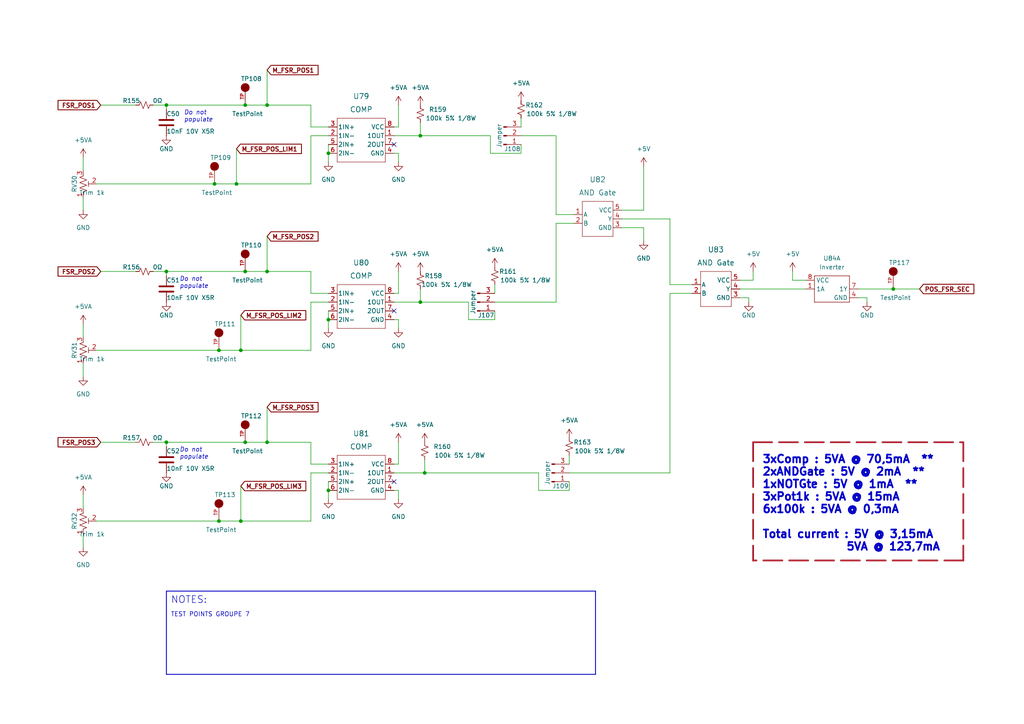
<source format=kicad_sch>
(kicad_sch (version 20211123) (generator eeschema)
  (paper "A4")
  (lib_symbols
    (symbol "Connector:Conn_01x03_Male" (pin_names (offset 1.016) hide)
      (property "Reference" "J" (at 0 5.08 0))
      (property "Value" "Conn_01x03_Male" (at 0 -5.08 0))
      (symbol "Conn_01x03_Male_1_1"
        (polyline (pts (xy 1.27 -2.54) (xy 0.8636 -2.54)) (stroke (width 0.1524)))
        (polyline (pts (xy 1.27 0) (xy 0.8636 0)) (stroke (width 0.1524)))
        (polyline (pts (xy 1.27 2.54) (xy 0.8636 2.54)) (stroke (width 0.1524)))
        (rectangle (start 0.8636 -2.413) (end 0 -2.667) (stroke (width 0.1524)) (fill (type outline)))
        (rectangle (start 0.8636 0.127) (end 0 -0.127) (stroke (width 0.1524)) (fill (type outline)))
        (rectangle (start 0.8636 2.667) (end 0 2.413) (stroke (width 0.1524)) (fill (type outline)))
        (pin passive line (at 5.08 2.54 180) (length 3.81) (name "Pin_1") (number "1"))
        (pin passive line (at 5.08 0 180) (length 3.81) (name "Pin_2") (number "2"))
        (pin passive line (at 5.08 -2.54 180) (length 3.81) (name "Pin_3") (number "3"))
      )
    )
    (symbol "Device:C" (pin_numbers hide) (pin_names (offset 0.254))
      (property "Reference" "C" (at 0.635 2.54 0))
      (property "Value" "C" (at 0.635 -2.54 0))
      (symbol "C_0_1"
        (polyline (pts (xy -2.032 -0.762) (xy 2.032 -0.762)) (stroke (width 0.508)))
        (polyline (pts (xy -2.032 0.762) (xy 2.032 0.762)) (stroke (width 0.508)))
      )
      (symbol "C_1_1"
        (pin passive line (at 0 3.81 270) (length 2.794) (name "~") (number "1"))
        (pin passive line (at 0 -3.81 90) (length 2.794) (name "~") (number "2"))
      )
    )
    (symbol "Device:R_Potentiometer_Trim_US" (pin_names (offset 1.016) hide)
      (property "Reference" "RV" (at -4.445 0 90))
      (property "Value" "R_Potentiometer_Trim_US" (at -2.54 0 90))
      (symbol "R_Potentiometer_Trim_US_0_1"
        (polyline (pts (xy 0 -2.286) (xy 0 -2.54)))
        (polyline (pts (xy 0 2.286) (xy 0 2.54)))
        (polyline (pts (xy 1.524 0.762) (xy 1.524 -0.762)))
        (polyline (pts (xy 2.54 0) (xy 1.524 0)))
        (polyline (pts (xy 0 -0.762) (xy 1.016 -1.143) (xy 0 -1.524) (xy -1.016 -1.905) (xy 0 -2.286)))
        (polyline (pts (xy 0 0.762) (xy 1.016 0.381) (xy 0 0) (xy -1.016 -0.381) (xy 0 -0.762)))
        (polyline (pts (xy 0 2.286) (xy 1.016 1.905) (xy 0 1.524) (xy -1.016 1.143) (xy 0 0.762)))
      )
      (symbol "R_Potentiometer_Trim_US_1_1"
        (pin passive line (at 0 3.81 270) (length 1.27) (name "1") (number "1"))
        (pin passive line (at 3.81 0 180) (length 1.27) (name "2") (number "2"))
        (pin passive line (at 0 -3.81 90) (length 1.27) (name "3") (number "3"))
      )
    )
    (symbol "Device:R_Small_US" (pin_numbers hide) (pin_names (offset 0.254) hide)
      (property "Reference" "R" (at 0.762 0.508 0))
      (property "Value" "R_Small_US" (at 0.762 -1.016 0))
      (symbol "R_Small_US_1_1"
        (polyline (pts (xy 0 0) (xy 1.016 -0.381) (xy 0 -0.762) (xy -1.016 -1.143) (xy 0 -1.524)))
        (polyline (pts (xy 0 1.524) (xy 1.016 1.143) (xy 0 0.762) (xy -1.016 0.381) (xy 0 0)))
        (pin passive line (at 0 2.54 270) (length 1.016) (name "~") (number "1"))
        (pin passive line (at 0 -2.54 90) (length 1.016) (name "~") (number "2"))
      )
    )
    (symbol "SymLib:5005" (pin_names (offset 1.016))
      (property "Reference" "TP" (at -2.54 2.54 0))
      (property "Value" "5005" (at -2.54 -3.81 0))
      (symbol "5005_0_0"
        (circle (center 0 0) (radius 0.635) (stroke (width 1.27)))
        (pin passive line (at -5.08 0 0) (length 5.08) (name "~") (number "TP"))
      )
    )
    (symbol "SymLib:LM393DGKR" (pin_names (offset 0.254))
      (property "Reference" "U" (at 22.86 3.81 0))
      (property "Value" "LM393DGKR" (at 29.21 -11.43 0))
      (symbol "LM393DGKR_0_1"
        (polyline (pts (xy 21.59 -10.16) (xy 35.56 -10.16)) (stroke (width 0.127)))
        (polyline (pts (xy 21.59 2.54) (xy 21.59 -10.16)) (stroke (width 0.127)))
        (polyline (pts (xy 35.56 -10.16) (xy 35.56 2.54)) (stroke (width 0.127)))
        (polyline (pts (xy 35.56 2.54) (xy 21.59 2.54)) (stroke (width 0.127)))
        (pin output line (at 38.1 -2.54 180) (length 2.54) (name "1OUT") (number "1"))
        (pin input line (at 19.05 -2.54 0) (length 2.54) (name "1IN-") (number "2"))
        (pin input line (at 19.05 0 0) (length 2.54) (name "1IN+") (number "3"))
        (pin power_in line (at 38.1 -7.62 180) (length 2.54) (name "GND") (number "4"))
        (pin input line (at 19.05 -5.08 0) (length 2.54) (name "2IN+") (number "5"))
        (pin input line (at 19.05 -7.62 0) (length 2.54) (name "2IN-") (number "6"))
        (pin output line (at 38.1 -5.08 180) (length 2.54) (name "2OUT") (number "7"))
        (pin power_in line (at 38.1 0 180) (length 2.54) (name "VCC") (number "8"))
      )
    )
    (symbol "SymLib:SN74LVC1G08DBVR" (pin_names (offset 0.254))
      (property "Reference" "U" (at 25.4 10.16 0))
      (property "Value" "SN74LVC1G08DBVR" (at 25.4 7.62 0))
      (symbol "SN74LVC1G08DBVR_0_1"
        (polyline (pts (xy 20.32 -7.62) (xy 29.21 -7.62)) (stroke (width 0.127)))
        (polyline (pts (xy 20.32 2.54) (xy 20.32 -7.62)) (stroke (width 0.127)))
        (polyline (pts (xy 29.21 -7.62) (xy 29.21 2.54)) (stroke (width 0.127)))
        (polyline (pts (xy 29.21 2.54) (xy 20.32 2.54)) (stroke (width 0.127)))
        (pin input line (at 17.78 -1.27 0) (length 2.54) (name "A") (number "1"))
        (pin input line (at 17.78 -3.81 0) (length 2.54) (name "B") (number "2"))
        (pin power_in line (at 31.75 -5.08 180) (length 2.54) (name "GND") (number "3"))
        (pin output line (at 31.75 -2.54 180) (length 2.54) (name "Y") (number "4"))
        (pin power_in line (at 31.75 0 180) (length 2.54) (name "VCC") (number "5"))
      )
    )
    (symbol "SymLib:SN74LVC3G14DCUT_V2"
      (property "Reference" "U" (at -3.81 5.08 0))
      (property "Value" "SN74LVC3G14DCUT_V2" (at 0 -5.08 0))
      (symbol "SN74LVC3G14DCUT_V2_0_1"
        (rectangle (start -5.08 -3.81) (end 5.08 -3.81))
        (rectangle (start -5.08 3.81) (end -5.08 -3.81))
        (rectangle (start -5.08 3.81) (end 5.08 3.81))
        (rectangle (start 5.08 3.81) (end 5.08 -3.81))
      )
      (symbol "SN74LVC3G14DCUT_V2_1_1"
        (pin bidirectional line (at -7.62 0 0) (length 2.54) (name "1A") (number "1"))
        (pin bidirectional line (at 7.62 -2.54 180) (length 2.54) (name "GND") (number "4"))
        (pin output line (at 7.62 0 180) (length 2.54) (name "1Y") (number "7"))
        (pin bidirectional line (at -7.62 2.54 0) (length 2.54) (name "VCC") (number "8"))
      )
      (symbol "SN74LVC3G14DCUT_V2_2_1"
        (pin bidirectional line (at -7.62 0 0) (length 2.54) (name "2A") (number "3"))
        (pin output line (at 7.62 0 180) (length 2.54) (name "2Y") (number "5"))
      )
      (symbol "SN74LVC3G14DCUT_V2_3_1"
        (pin output line (at 7.62 0 180) (length 2.54) (name "3Y") (number "2"))
        (pin bidirectional line (at -7.62 0 0) (length 2.54) (name "3A") (number "6"))
      )
    )
    (symbol "power:+5V" (power) (pin_names (offset 0))
      (property "Value" "+5V" (at 0 3.556 0))
      (symbol "+5V_0_1"
        (polyline (pts (xy -0.762 1.27) (xy 0 2.54)))
        (polyline (pts (xy 0 0) (xy 0 2.54)))
        (polyline (pts (xy 0 2.54) (xy 0.762 1.27)))
      )
      (symbol "+5V_1_1"
        (pin power_in line (at 0 0 90) (length 0) hide (name "+5V") (number "1"))
      )
    )
    (symbol "power:+5VA" (power) (pin_names (offset 0))
      (property "Value" "+5VA" (at 0 3.556 0))
      (symbol "+5VA_0_1"
        (polyline (pts (xy -0.762 1.27) (xy 0 2.54)))
        (polyline (pts (xy 0 0) (xy 0 2.54)))
        (polyline (pts (xy 0 2.54) (xy 0.762 1.27)))
      )
      (symbol "+5VA_1_1"
        (pin power_in line (at 0 0 90) (length 0) hide (name "+5VA") (number "1"))
      )
    )
    (symbol "power:GND" (power) (pin_names (offset 0))
      (property "Value" "GND" (at 0 -3.81 0))
      (symbol "GND_0_1"
        (polyline (pts (xy 0 0) (xy 0 -1.27) (xy 1.27 -1.27) (xy 0 -2.54) (xy -1.27 -1.27) (xy 0 -1.27)))
      )
      (symbol "GND_1_1"
        (pin power_in line (at 0 0 270) (length 0) hide (name "GND") (number "1"))
      )
    )
  )
  (junction (at 63.5 101.6))
  (junction (at 95.25 142.24))
  (junction (at 95.25 44.45))
  (junction (at 121.92 87.63))
  (junction (at 48.26 128.27))
  (junction (at 48.26 78.74))
  (junction (at 69.85 151.13))
  (junction (at 48.26 30.48))
  (junction (at 121.92 39.37))
  (junction (at 95.25 92.71))
  (junction (at 63.5 151.13))
  (junction (at 62.23 53.34))
  (junction (at 71.12 30.48))
  (junction (at 69.85 101.6))
  (junction (at 71.12 78.74))
  (junction (at 123.19 137.16))
  (junction (at 77.47 78.74))
  (junction (at 77.47 30.48))
  (junction (at 259.08 83.82))
  (junction (at 77.47 128.27))
  (junction (at 71.12 128.27))
  (junction (at 68.58 53.34))
  (no_connect (at 114.3 41.91))
  (no_connect (at 114.3 139.7))
  (no_connect (at 114.3 90.17))
  (wire (pts (xy 165.1 142.24) (xy 156.21 142.24)))
  (wire (pts (xy 194.31 82.55) (xy 200.66 82.55)))
  (wire (pts (xy 114.3 92.71) (xy 115.57 92.71)))
  (polyline (pts (xy 172.72 195.58) (xy 48.26 195.58)) (stroke (width 0.25) (type solid)))
  (polyline (pts (xy 218.44 128.27) (xy 279.4 128.27)) (stroke (width 0.5) (type dash) (color 168 27 41 1)))
  (wire (pts (xy 143.51 90.17) (xy 143.51 92.71)))
  (wire (pts (xy 90.17 87.63) (xy 95.25 87.63)))
  (polyline (pts (xy 218.44 128.27) (xy 218.44 162.56)) (stroke (width 0.5) (type dash) (color 168 27 41 1)))
  (wire (pts (xy 186.69 66.04) (xy 186.69 69.85)))
  (wire (pts (xy 151.13 41.91) (xy 151.13 44.45)))
  (wire (pts (xy 77.47 20.32) (xy 77.47 30.48)))
  (wire (pts (xy 69.85 101.6) (xy 90.17 101.6)))
  (polyline (pts (xy 48.26 171.45) (xy 48.26 195.58)) (stroke (width 0.25) (type solid)))
  (wire (pts (xy 114.3 44.45) (xy 115.57 44.45)))
  (wire (pts (xy 29.21 78.74) (xy 39.37 78.74)))
  (wire (pts (xy 115.57 128.27) (xy 115.57 134.62)))
  (wire (pts (xy 248.92 83.82) (xy 259.08 83.82)))
  (wire (pts (xy 161.29 62.23) (xy 166.37 62.23)))
  (wire (pts (xy 114.3 137.16) (xy 123.19 137.16)))
  (wire (pts (xy 24.13 154.94) (xy 24.13 158.75)))
  (wire (pts (xy 24.13 143.51) (xy 24.13 147.32)))
  (wire (pts (xy 156.21 142.24) (xy 156.21 137.16)))
  (wire (pts (xy 156.21 137.16) (xy 123.19 137.16)))
  (wire (pts (xy 48.26 78.74) (xy 71.12 78.74)))
  (wire (pts (xy 233.68 81.28) (xy 229.87 81.28)))
  (wire (pts (xy 194.31 85.09) (xy 194.31 137.16)))
  (wire (pts (xy 71.12 128.27) (xy 77.47 128.27)))
  (wire (pts (xy 186.69 48.26) (xy 186.69 60.96)))
  (wire (pts (xy 77.47 68.58) (xy 77.47 78.74)))
  (wire (pts (xy 180.34 66.04) (xy 186.69 66.04)))
  (wire (pts (xy 27.94 101.6) (xy 63.5 101.6)))
  (wire (pts (xy 90.17 36.83) (xy 95.25 36.83)))
  (wire (pts (xy 90.17 137.16) (xy 90.17 151.13)))
  (wire (pts (xy 24.13 45.72) (xy 24.13 49.53)))
  (wire (pts (xy 161.29 39.37) (xy 161.29 62.23)))
  (wire (pts (xy 218.44 78.74) (xy 218.44 81.28)))
  (wire (pts (xy 214.63 86.36) (xy 217.17 86.36)))
  (wire (pts (xy 90.17 78.74) (xy 90.17 85.09)))
  (wire (pts (xy 95.25 41.91) (xy 95.25 44.45)))
  (wire (pts (xy 180.34 60.96) (xy 186.69 60.96)))
  (wire (pts (xy 95.25 142.24) (xy 95.25 144.78)))
  (wire (pts (xy 143.51 92.71) (xy 135.89 92.71)))
  (wire (pts (xy 194.31 63.5) (xy 194.31 82.55)))
  (wire (pts (xy 161.29 64.77) (xy 161.29 87.63)))
  (wire (pts (xy 68.58 53.34) (xy 90.17 53.34)))
  (wire (pts (xy 115.57 44.45) (xy 115.57 46.99)))
  (wire (pts (xy 24.13 93.98) (xy 24.13 97.79)))
  (wire (pts (xy 151.13 39.37) (xy 161.29 39.37)))
  (polyline (pts (xy 48.26 171.45) (xy 172.72 171.45)) (stroke (width 0.25) (type solid)))
  (wire (pts (xy 44.45 78.74) (xy 48.26 78.74)))
  (polyline (pts (xy 279.4 128.27) (xy 279.4 162.56)) (stroke (width 0.5) (type dash) (color 168 27 41 1)))
  (wire (pts (xy 29.21 128.27) (xy 39.37 128.27)))
  (wire (pts (xy 214.63 81.28) (xy 218.44 81.28)))
  (wire (pts (xy 165.1 134.62) (xy 165.1 132.08)))
  (wire (pts (xy 71.12 78.74) (xy 77.47 78.74)))
  (wire (pts (xy 123.19 133.35) (xy 123.19 137.16)))
  (wire (pts (xy 90.17 128.27) (xy 90.17 134.62)))
  (wire (pts (xy 217.17 86.36) (xy 217.17 87.63)))
  (wire (pts (xy 142.24 39.37) (xy 121.92 39.37)))
  (wire (pts (xy 48.26 78.74) (xy 48.26 80.01)))
  (wire (pts (xy 121.92 35.56) (xy 121.92 39.37)))
  (wire (pts (xy 121.92 83.82) (xy 121.92 87.63)))
  (wire (pts (xy 114.3 39.37) (xy 121.92 39.37)))
  (wire (pts (xy 44.45 30.48) (xy 48.26 30.48)))
  (wire (pts (xy 63.5 151.13) (xy 69.85 151.13)))
  (wire (pts (xy 95.25 92.71) (xy 95.25 95.25)))
  (wire (pts (xy 142.24 44.45) (xy 142.24 39.37)))
  (wire (pts (xy 90.17 87.63) (xy 90.17 101.6)))
  (wire (pts (xy 114.3 142.24) (xy 115.57 142.24)))
  (wire (pts (xy 114.3 85.09) (xy 115.57 85.09)))
  (wire (pts (xy 48.26 30.48) (xy 71.12 30.48)))
  (wire (pts (xy 95.25 90.17) (xy 95.25 92.71)))
  (wire (pts (xy 90.17 30.48) (xy 90.17 36.83)))
  (wire (pts (xy 135.89 92.71) (xy 135.89 87.63)))
  (wire (pts (xy 151.13 44.45) (xy 142.24 44.45)))
  (wire (pts (xy 24.13 105.41) (xy 24.13 109.22)))
  (wire (pts (xy 214.63 83.82) (xy 233.68 83.82)))
  (wire (pts (xy 114.3 87.63) (xy 121.92 87.63)))
  (wire (pts (xy 69.85 140.97) (xy 69.85 151.13)))
  (wire (pts (xy 114.3 36.83) (xy 115.57 36.83)))
  (wire (pts (xy 29.21 30.48) (xy 39.37 30.48)))
  (wire (pts (xy 248.92 86.36) (xy 251.46 86.36)))
  (wire (pts (xy 135.89 87.63) (xy 121.92 87.63)))
  (wire (pts (xy 180.34 63.5) (xy 194.31 63.5)))
  (wire (pts (xy 24.13 57.15) (xy 24.13 60.96)))
  (wire (pts (xy 251.46 86.36) (xy 251.46 87.63)))
  (wire (pts (xy 161.29 64.77) (xy 166.37 64.77)))
  (wire (pts (xy 69.85 151.13) (xy 90.17 151.13)))
  (wire (pts (xy 90.17 134.62) (xy 95.25 134.62)))
  (wire (pts (xy 114.3 134.62) (xy 115.57 134.62)))
  (wire (pts (xy 63.5 101.6) (xy 69.85 101.6)))
  (wire (pts (xy 95.25 139.7) (xy 95.25 142.24)))
  (wire (pts (xy 165.1 139.7) (xy 165.1 142.24)))
  (wire (pts (xy 68.58 43.18) (xy 68.58 53.34)))
  (wire (pts (xy 77.47 118.11) (xy 77.47 128.27)))
  (wire (pts (xy 71.12 30.48) (xy 77.47 30.48)))
  (wire (pts (xy 115.57 78.74) (xy 115.57 85.09)))
  (wire (pts (xy 90.17 85.09) (xy 95.25 85.09)))
  (wire (pts (xy 62.23 53.34) (xy 68.58 53.34)))
  (wire (pts (xy 69.85 91.44) (xy 69.85 101.6)))
  (wire (pts (xy 90.17 137.16) (xy 95.25 137.16)))
  (wire (pts (xy 48.26 128.27) (xy 71.12 128.27)))
  (wire (pts (xy 151.13 36.83) (xy 151.13 34.29)))
  (wire (pts (xy 194.31 85.09) (xy 200.66 85.09)))
  (wire (pts (xy 115.57 30.48) (xy 115.57 36.83)))
  (wire (pts (xy 95.25 44.45) (xy 95.25 46.99)))
  (wire (pts (xy 48.26 128.27) (xy 48.26 129.54)))
  (wire (pts (xy 165.1 137.16) (xy 194.31 137.16)))
  (wire (pts (xy 115.57 92.71) (xy 115.57 95.25)))
  (polyline (pts (xy 279.4 162.56) (xy 218.44 162.56)) (stroke (width 0.5) (type dash) (color 168 27 41 1)))
  (wire (pts (xy 27.94 151.13) (xy 63.5 151.13)))
  (wire (pts (xy 48.26 30.48) (xy 48.26 31.75)))
  (wire (pts (xy 77.47 128.27) (xy 90.17 128.27)))
  (wire (pts (xy 259.08 83.82) (xy 266.7 83.82)))
  (wire (pts (xy 143.51 87.63) (xy 161.29 87.63)))
  (wire (pts (xy 143.51 85.09) (xy 143.51 82.55)))
  (wire (pts (xy 90.17 39.37) (xy 95.25 39.37)))
  (wire (pts (xy 77.47 78.74) (xy 90.17 78.74)))
  (wire (pts (xy 115.57 142.24) (xy 115.57 144.78)))
  (wire (pts (xy 44.45 128.27) (xy 48.26 128.27)))
  (wire (pts (xy 90.17 39.37) (xy 90.17 53.34)))
  (polyline (pts (xy 172.72 171.45) (xy 172.72 195.58)) (stroke (width 0.25) (type solid)))
  (wire (pts (xy 229.87 78.74) (xy 229.87 81.28)))
  (wire (pts (xy 27.94 53.34) (xy 62.23 53.34)))
  (wire (pts (xy 77.47 30.48) (xy 90.17 30.48)))
  (text "3xComp : 5VA @ 70,5mA  **\n2xANDGate : 5V @ 2mA  **\n1xNOTGte : 5V @ 1mA  **\n3xPot1k : 5VA @ 15mA\n6x100k : 5VA @ 0,3mA\n\nTotal current : 5V @ 3,15mA\n		    5VA @ 123,7mA" (at 220.98 160.02 0) (effects (font (size 2.25 2.25) (thickness 0.5) bold) (justify left bottom)))
  (text "Do not \npopulate" (at 52.07 133.35 0) (effects (font (size 1.27 1.27) italic) (justify left bottom)))
  (text "Do not \npopulate" (at 53.34 35.56 0) (effects (font (size 1.27 1.27) italic) (justify left bottom)))
  (text "Do not \npopulate" (at 52.07 83.82 0) (effects (font (size 1.27 1.27) italic) (justify left bottom)))
  (text "TEST POINTS GROUPE 7" (at 49.53 179.07 0) (effects (font (size 1.27 1.27)) (justify left bottom)))
  (text "NOTES:" (at 49.53 175.26 0) (effects (font (size 2 2)) (justify left bottom)))
  (global_label "M_FSR_POS_LIM1" (shape input) (at 68.58 43.18 0) (effects (font (thickness 0.254) bold)) (property "Intersheet References" "${INTERSHEET_REFS}" (effects hide)))
  (global_label "FSR_POS3" (shape input) (at 29.21 128.27 180) (effects (font (thickness 0.254) bold)) (property "Intersheet References" "${INTERSHEET_REFS}" (effects hide)))
  (global_label "POS_FSR_SEC" (shape input) (at 266.7 83.82 0) (effects (font (thickness 0.254) bold)) (property "Intersheet References" "${INTERSHEET_REFS}" (effects hide)))
  (global_label "M_FSR_POS1" (shape input) (at 77.47 20.32 0) (effects (font (thickness 0.254) bold)) (property "Intersheet References" "${INTERSHEET_REFS}" (effects hide)))
  (global_label "FSR_POS2" (shape input) (at 29.21 78.74 180) (effects (font (thickness 0.254) bold)) (property "Intersheet References" "${INTERSHEET_REFS}" (effects hide)))
  (global_label "M_FSR_POS2" (shape input) (at 77.47 68.58 0) (effects (font (thickness 0.254) bold)) (property "Intersheet References" "${INTERSHEET_REFS}" (effects hide)))
  (global_label "FSR_POS1" (shape input) (at 29.21 30.48 180) (effects (font (thickness 0.254) bold)) (property "Intersheet References" "${INTERSHEET_REFS}" (effects hide)))
  (global_label "M_FSR_POS_LIM3" (shape input) (at 69.85 140.97 0) (effects (font (thickness 0.254) bold)) (property "Intersheet References" "${INTERSHEET_REFS}" (effects hide)))
  (global_label "M_FSR_POS3" (shape input) (at 77.47 118.11 0) (effects (font (thickness 0.254) bold)) (property "Intersheet References" "${INTERSHEET_REFS}" (effects hide)))
  (global_label "M_FSR_POS_LIM2" (shape input) (at 69.85 91.44 0) (effects (font (thickness 0.254) bold)) (property "Intersheet References" "${INTERSHEET_REFS}" (effects hide)))
  (symbol (lib_id "power:GND") (at 24.13 109.22 0) (unit 1)
    (property "Reference" "#PWR0440" (effects hide))
    (property "Value" "GND" (at 24.13 114.3 0))
  )
  (symbol (lib_id "power:+5VA") (at 121.92 30.48 0) (unit 1)
    (property "Reference" "#PWR0456" (effects hide))
    (property "Value" "+5VA" (at 121.92 25.4 0))
  )
  (symbol (lib_id "power:GND") (at 95.25 46.99 0) (unit 1)
    (property "Reference" "#PWR0446" (effects hide))
    (property "Value" "GND" (at 95.25 52.07 0))
  )
  (symbol (lib_id "power:+5VA") (at 151.13 29.21 0) (mirror y) (unit 1)
    (property "Reference" "#PWR0459" (effects hide))
    (property "Value" "+5VA" (at 151.13 24.13 0))
  )
  (symbol (lib_id "power:GND") (at 24.13 60.96 0) (unit 1)
    (property "Reference" "#PWR0438" (effects hide))
    (property "Value" "GND" (at 24.13 66.04 0))
  )
  (symbol (lib_id "power:+5V") (at 218.44 78.74 0) (unit 1)
    (property "Reference" "#PWR0464" (effects hide))
    (property "Value" "+5V" (at 218.44 73.66 0))
  )
  (symbol (lib_id "power:GND") (at 95.25 144.78 0) (unit 1)
    (property "Reference" "#PWR0448" (effects hide))
    (property "Value" "GND" (at 95.25 149.86 0))
  )
  (symbol (lib_id "SymLib:LM393DGKR") (at 76.2 134.62 0) (unit 1)
    (property "Reference" "U81" (at 104.775 125.73 0) (effects (font (size 1.524 1.524))))
    (property "Value" "COMP" (at 104.775 129.54 0) (effects (font (size 1.524 1.524))))
    (property "Footprint" "FootPrint:DGK8" (effects hide))
    (property "Datasheet" "LM393DGKR" (effects hide))
    (property "DESCRIPTION" "Comparator General Purpose Open-Collector, Rail-to-Rail 8-VSSOP" (effects hide))
    (property "MANUFACTURER" "Texas Instruments" (effects hide))
    (property "PACKAGE" "8-TSSOP, 8-MSOP (0.118\", 3.00mm Width)" (effects hide))
    (property "PART NUMBER" "LM393DGKR" (effects hide))
    (property "TYPE" "SMD" (effects hide))
  )
  (symbol (lib_id "power:+5VA") (at 115.57 30.48 0) (unit 1)
    (property "Reference" "#PWR0449" (effects hide))
    (property "Value" "+5VA" (at 115.57 25.4 0))
  )
  (symbol (lib_id "Device:R_Small_US") (at 165.1 129.54 180) (unit 1)
    (property "Reference" "R163" (at 168.91 128.27 0))
    (property "Value" "100k 5% 1/8W" (at 173.99 130.81 0))
    (property "Footprint" "Resistor_SMD:R_0805_2012Metric" (effects hide))
    (property "MANUFACTURER" "Panasonic Electronic Components" (effects hide))
    (property "PACKAGE" "0805 (2012 Metric)" (effects hide))
    (property "PART NUMBER" "ERJ-6GEYJ104V" (effects hide))
    (property "TYPE" "SMD" (effects hide))
    (property "DESCRIPTION" "100 kOhms ±5% 0.125W, 1/8W Chip Resistor 0805 (2012 Metric) Automotive AEC-Q200 Thick Film" (effects hide))
  )
  (symbol (lib_id "Device:R_Small_US") (at 41.91 30.48 90) (unit 1)
    (property "Reference" "R155" (at 38.1 29.21 90))
    (property "Value" "0Ω" (at 45.72 29.21 90))
    (property "Footprint" "Resistor_SMD:R_0805_2012Metric" (effects hide))
    (property "MANUFACTURER" "Panasonic Electronic Components" (effects hide))
    (property "PACKAGE" "0805 (2012 Metric)" (effects hide))
    (property "PART NUMBER" "ERJ-6GEY0R00V" (effects hide))
    (property "TYPE" "SMD" (effects hide))
    (property "DESCRIPTION" "0 Ohms Jumper Chip Resistor 0805 (2012 Metric) Automotive AEC-Q200 Thick Film" (effects hide))
  )
  (symbol (lib_id "power:+5VA") (at 121.92 78.74 0) (unit 1)
    (property "Reference" "#PWR0455" (effects hide))
    (property "Value" "+5VA" (at 121.92 73.66 0))
  )
  (symbol (lib_id "power:GND") (at 115.57 95.25 0) (unit 1)
    (property "Reference" "#PWR0452" (effects hide))
    (property "Value" "GND" (at 115.57 100.33 0))
  )
  (symbol (lib_id "power:+5VA") (at 24.13 45.72 0) (unit 1)
    (property "Reference" "#PWR0437" (effects hide))
    (property "Value" "+5VA" (at 24.13 40.64 0))
  )
  (symbol (lib_id "SymLib:5005") (at 71.12 25.4 90) (unit 1)
    (property "Reference" "TP108" (at 69.85 22.86 90) (effects (justify right)))
    (property "Value" "TestPoint" (at 67.31 33.02 90) (effects (justify right)))
    (property "Footprint" "FootPrint:KEYSTONE_5005" (effects hide))
    (property "MF" "Keystone Electronics" (effects hide))
    (property "DESCRIPTION" "PC TEST POINT COMPACT RED" (effects hide))
    (property "PACKAGE" "0.125\" Dia x 0.220\" L " (effects hide))
    (property "PRICE" "None" (effects hide))
    (property "MP" "5005" (effects hide))
    (property "AVAILABILITY" "In Stock" (effects hide))
    (property "PURCHASE-URL" "https://pricing.snapeda.com/search/part/5005/?ref=eda" (effects hide))
    (property "MANUFACTURER" "Keystone Electronics" (effects hide))
    (property "PART NUMBER" "5005" (effects hide))
    (property "TYPE" "Through Hole" (effects hide))
  )
  (symbol (lib_id "Device:C") (at 48.26 35.56 0) (unit 1)
    (property "Reference" "C50" (at 48.26 33.02 0) (effects (justify left)))
    (property "Value" "10nF 10V X5R" (at 48.26 38.1 0) (effects (justify left)))
    (property "Footprint" "Capacitor_SMD:C_0603_1608Metric" (effects hide))
    (property "MANUFACTURER" "Murata Electronics" (effects hide))
    (property "PACKAGE" "0603 (1608 Metric)" (effects hide))
    (property "PART NUMBER" "GRM1857U1A103JA44D" (effects hide))
    (property "TYPE" "SMD" (effects hide))
    (property "NOTES" "DO NOT POPULATE" (effects hide))
    (property "DESCRIPTION" "10000 pF ±5% 10V Ceramic Capacitor U2J 0603 (1608 Metric)" (effects hide))
  )
  (symbol (lib_id "SymLib:5005") (at 62.23 48.26 90) (unit 1)
    (property "Reference" "TP109" (at 60.96 45.72 90) (effects (justify right)))
    (property "Value" "TestPoint" (at 58.42 55.88 90) (effects (justify right)))
    (property "Footprint" "FootPrint:KEYSTONE_5005" (effects hide))
    (property "MF" "Keystone Electronics" (effects hide))
    (property "DESCRIPTION" "PC TEST POINT COMPACT RED" (effects hide))
    (property "PACKAGE" "0.125\" Dia x 0.220\" L " (effects hide))
    (property "PRICE" "None" (effects hide))
    (property "MP" "5005" (effects hide))
    (property "AVAILABILITY" "In Stock" (effects hide))
    (property "PURCHASE-URL" "https://pricing.snapeda.com/search/part/5005/?ref=eda" (effects hide))
    (property "MANUFACTURER" "Keystone Electronics" (effects hide))
    (property "PART NUMBER" "5005" (effects hide))
    (property "TYPE" "Through Hole" (effects hide))
  )
  (symbol (lib_id "power:GND") (at 217.17 87.63 0) (unit 1)
    (property "Reference" "#PWR0463" (effects hide))
    (property "Value" "GND" (at 217.17 91.44 0))
  )
  (symbol (lib_id "power:+5V") (at 186.69 48.26 0) (unit 1)
    (property "Reference" "#PWR0461" (effects hide))
    (property "Value" "+5V" (at 186.69 43.18 0))
  )
  (symbol (lib_id "Connector:Conn_01x03_Male") (at 138.43 87.63 0) (mirror x) (unit 1)
    (property "Reference" "J107" (at 140.97 91.44 0))
    (property "Value" "Jumper" (at 137.16 87.63 90))
    (property "Footprint" "Connector_PinHeader_2.54mm:PinHeader_1x03_P2.54mm_Vertical" (effects hide))
    (property "DESCRIPTION" "CONN HEADER VERT 3POS 2.54MM" (effects hide))
    (property "MANUFACTURER" "Würth Elektronik" (effects hide))
    (property "PACKAGE" "Square 0.100\" (2.54mm)" (effects hide))
    (property "PART NUMBER" "61300311121" (effects hide))
    (property "TYPE" "Through Hole" (effects hide))
  )
  (symbol (lib_id "power:+5V") (at 229.87 78.74 0) (unit 1)
    (property "Reference" "#PWR0465" (effects hide))
    (property "Value" "+5V" (at 229.87 73.66 0))
  )
  (symbol (lib_id "Device:R_Small_US") (at 121.92 81.28 0) (unit 1)
    (property "Reference" "R158" (at 125.73 80.01 0))
    (property "Value" "100k 5% 1/8W" (at 129.54 82.55 0))
    (property "Footprint" "Resistor_SMD:R_0805_2012Metric" (effects hide))
    (property "MANUFACTURER" "Panasonic Electronic Components" (effects hide))
    (property "PACKAGE" "0805 (2012 Metric)" (effects hide))
    (property "PART NUMBER" "ERJ-6GEYJ104V" (effects hide))
    (property "TYPE" "SMD" (effects hide))
    (property "DESCRIPTION" "100 kOhms ±5% 0.125W, 1/8W Chip Resistor 0805 (2012 Metric) Automotive AEC-Q200 Thick Film" (effects hide))
  )
  (symbol (lib_id "power:+5VA") (at 143.51 77.47 0) (mirror y) (unit 1)
    (property "Reference" "#PWR0458" (effects hide))
    (property "Value" "+5VA" (at 143.51 72.39 0))
  )
  (symbol (lib_id "power:GND") (at 115.57 144.78 0) (unit 1)
    (property "Reference" "#PWR0454" (effects hide))
    (property "Value" "GND" (at 115.57 149.86 0))
  )
  (symbol (lib_id "power:+5VA") (at 24.13 93.98 0) (unit 1)
    (property "Reference" "#PWR0439" (effects hide))
    (property "Value" "+5VA" (at 24.13 88.9 0))
  )
  (symbol (lib_id "Device:R_Small_US") (at 143.51 80.01 180) (unit 1)
    (property "Reference" "R161" (at 147.32 78.74 0))
    (property "Value" "100k 5% 1/8W" (at 152.4 81.28 0))
    (property "Footprint" "Resistor_SMD:R_0805_2012Metric" (effects hide))
    (property "MANUFACTURER" "Panasonic Electronic Components" (effects hide))
    (property "PACKAGE" "0805 (2012 Metric)" (effects hide))
    (property "PART NUMBER" "ERJ-6GEYJ104V" (effects hide))
    (property "TYPE" "SMD" (effects hide))
    (property "DESCRIPTION" "100 kOhms ±5% 0.125W, 1/8W Chip Resistor 0805 (2012 Metric) Automotive AEC-Q200 Thick Film" (effects hide))
  )
  (symbol (lib_id "SymLib:5005") (at 71.12 73.66 90) (unit 1)
    (property "Reference" "TP110" (at 69.85 71.12 90) (effects (justify right)))
    (property "Value" "TestPoint" (at 67.31 81.28 90) (effects (justify right)))
    (property "Footprint" "FootPrint:KEYSTONE_5005" (effects hide))
    (property "MF" "Keystone Electronics" (effects hide))
    (property "DESCRIPTION" "PC TEST POINT COMPACT RED" (effects hide))
    (property "PACKAGE" "0.125\" Dia x 0.220\" L " (effects hide))
    (property "PRICE" "None" (effects hide))
    (property "MP" "5005" (effects hide))
    (property "AVAILABILITY" "In Stock" (effects hide))
    (property "PURCHASE-URL" "https://pricing.snapeda.com/search/part/5005/?ref=eda" (effects hide))
    (property "MANUFACTURER" "Keystone Electronics" (effects hide))
    (property "PART NUMBER" "5005" (effects hide))
    (property "TYPE" "Through Hole" (effects hide))
  )
  (symbol (lib_id "power:+5VA") (at 115.57 128.27 0) (unit 1)
    (property "Reference" "#PWR0453" (effects hide))
    (property "Value" "+5VA" (at 115.57 123.19 0))
  )
  (symbol (lib_id "Device:R_Potentiometer_Trim_US") (at 24.13 151.13 0) (mirror x) (unit 1)
    (property "Reference" "RV32" (at 21.59 151.13 90))
    (property "Value" "Trim 1k" (at 26.67 154.94 0))
    (property "Footprint" "FootPrint:TRIM_3362P-1-102LF" (effects hide))
    (property "MANUFACTURER" "Bourns Inc." (effects hide))
    (property "PACKAGE" "Rectangular - 0.275\" x 0.260\" Face" (effects hide))
    (property "PART NUMBER" "3362P-1-102LF" (effects hide))
    (property "TYPE" "Through Hole" (effects hide))
    (property "DESCRIPTION" "Trimmer 1k 0,5W PC PIN TOP" (effects hide))
  )
  (symbol (lib_id "power:+5VA") (at 115.57 78.74 0) (unit 1)
    (property "Reference" "#PWR0451" (effects hide))
    (property "Value" "+5VA" (at 115.57 73.66 0))
  )
  (symbol (lib_id "Device:C") (at 48.26 83.82 0) (unit 1)
    (property "Reference" "C51" (at 48.26 81.28 0) (effects (justify left)))
    (property "Value" "10nF 10V X5R" (at 48.26 86.36 0) (effects (justify left)))
    (property "Footprint" "Capacitor_SMD:C_0603_1608Metric" (effects hide))
    (property "MANUFACTURER" "Murata Electronics" (effects hide))
    (property "PACKAGE" "0603 (1608 Metric)" (effects hide))
    (property "PART NUMBER" "GRM1857U1A103JA44D" (effects hide))
    (property "TYPE" "SMD" (effects hide))
    (property "NOTES" "DO NOT POPULATE" (effects hide))
    (property "DESCRIPTION" "10000 pF ±5% 10V Ceramic Capacitor U2J 0603 (1608 Metric)" (effects hide))
  )
  (symbol (lib_id "power:GND") (at 95.25 95.25 0) (unit 1)
    (property "Reference" "#PWR0447" (effects hide))
    (property "Value" "GND" (at 95.25 100.33 0))
  )
  (symbol (lib_id "SymLib:5005") (at 71.12 123.19 90) (unit 1)
    (property "Reference" "TP112" (at 69.85 120.65 90) (effects (justify right)))
    (property "Value" "TestPoint" (at 67.31 130.81 90) (effects (justify right)))
    (property "Footprint" "FootPrint:KEYSTONE_5005" (effects hide))
    (property "MF" "Keystone Electronics" (effects hide))
    (property "DESCRIPTION" "PC TEST POINT COMPACT RED" (effects hide))
    (property "PACKAGE" "0.125\" Dia x 0.220\" L " (effects hide))
    (property "PRICE" "None" (effects hide))
    (property "MP" "5005" (effects hide))
    (property "AVAILABILITY" "In Stock" (effects hide))
    (property "PURCHASE-URL" "https://pricing.snapeda.com/search/part/5005/?ref=eda" (effects hide))
    (property "MANUFACTURER" "Keystone Electronics" (effects hide))
    (property "PART NUMBER" "5005" (effects hide))
    (property "TYPE" "Through Hole" (effects hide))
  )
  (symbol (lib_id "Device:R_Small_US") (at 41.91 128.27 90) (unit 1)
    (property "Reference" "R157" (at 38.1 127 90))
    (property "Value" "0Ω" (at 45.72 127 90))
    (property "Footprint" "Resistor_SMD:R_0805_2012Metric" (effects hide))
    (property "MANUFACTURER" "Panasonic Electronic Components" (effects hide))
    (property "PACKAGE" "0805 (2012 Metric)" (effects hide))
    (property "PART NUMBER" "ERJ-6GEY0R00V" (effects hide))
    (property "TYPE" "SMD" (effects hide))
    (property "DESCRIPTION" "0 Ohms Jumper Chip Resistor 0805 (2012 Metric) Automotive AEC-Q200 Thick Film" (effects hide))
  )
  (symbol (lib_id "SymLib:LM393DGKR") (at 76.2 85.09 0) (unit 1)
    (property "Reference" "U80" (at 104.775 76.2 0) (effects (font (size 1.524 1.524))))
    (property "Value" "COMP" (at 104.775 80.01 0) (effects (font (size 1.524 1.524))))
    (property "Footprint" "FootPrint:DGK8" (effects hide))
    (property "Datasheet" "LM393DGKR" (effects hide))
    (property "DESCRIPTION" "Comparator General Purpose Open-Collector, Rail-to-Rail 8-VSSOP" (effects hide))
    (property "MANUFACTURER" "Texas Instruments" (effects hide))
    (property "PACKAGE" "8-TSSOP, 8-MSOP (0.118\", 3.00mm Width)" (effects hide))
    (property "PART NUMBER" "LM393DGKR" (effects hide))
    (property "TYPE" "SMD" (effects hide))
  )
  (symbol (lib_id "power:GND") (at 115.57 46.99 0) (unit 1)
    (property "Reference" "#PWR0450" (effects hide))
    (property "Value" "GND" (at 115.57 52.07 0))
  )
  (symbol (lib_id "power:GND") (at 251.46 87.63 0) (unit 1)
    (property "Reference" "#PWR0466" (effects hide))
    (property "Value" "GND" (at 251.46 91.44 0))
  )
  (symbol (lib_id "SymLib:5005") (at 63.5 146.05 90) (unit 1)
    (property "Reference" "TP113" (at 62.23 143.51 90) (effects (justify right)))
    (property "Value" "TestPoint" (at 59.69 153.67 90) (effects (justify right)))
    (property "Footprint" "FootPrint:KEYSTONE_5005" (effects hide))
    (property "MF" "Keystone Electronics" (effects hide))
    (property "DESCRIPTION" "PC TEST POINT COMPACT RED" (effects hide))
    (property "PACKAGE" "0.125\" Dia x 0.220\" L " (effects hide))
    (property "PRICE" "None" (effects hide))
    (property "MP" "5005" (effects hide))
    (property "AVAILABILITY" "In Stock" (effects hide))
    (property "PURCHASE-URL" "https://pricing.snapeda.com/search/part/5005/?ref=eda" (effects hide))
    (property "MANUFACTURER" "Keystone Electronics" (effects hide))
    (property "PART NUMBER" "5005" (effects hide))
    (property "TYPE" "Through Hole" (effects hide))
  )
  (symbol (lib_id "power:GND") (at 24.13 158.75 0) (unit 1)
    (property "Reference" "#PWR0442" (effects hide))
    (property "Value" "GND" (at 24.13 163.83 0))
  )
  (symbol (lib_id "power:GND") (at 48.26 137.16 0) (unit 1)
    (property "Reference" "#PWR0445" (effects hide))
    (property "Value" "GND" (at 48.26 140.97 0))
  )
  (symbol (lib_id "Connector:Conn_01x03_Male") (at 160.02 137.16 0) (mirror x) (unit 1)
    (property "Reference" "J109" (at 162.56 140.97 0))
    (property "Value" "Jumper" (at 158.75 137.16 90))
    (property "Footprint" "Connector_PinHeader_2.54mm:PinHeader_1x03_P2.54mm_Vertical" (effects hide))
    (property "DESCRIPTION" "CONN HEADER VERT 3POS 2.54MM" (effects hide))
    (property "MANUFACTURER" "Würth Elektronik" (effects hide))
    (property "PACKAGE" "Square 0.100\" (2.54mm)" (effects hide))
    (property "PART NUMBER" "61300311121" (effects hide))
    (property "TYPE" "Through Hole" (effects hide))
  )
  (symbol (lib_id "power:+5VA") (at 123.19 128.27 0) (unit 1)
    (property "Reference" "#PWR0457" (effects hide))
    (property "Value" "+5VA" (at 123.19 123.19 0))
  )
  (symbol (lib_id "SymLib:5005") (at 63.5 96.52 90) (unit 1)
    (property "Reference" "TP111" (at 62.23 93.98 90) (effects (justify right)))
    (property "Value" "TestPoint" (at 59.69 104.14 90) (effects (justify right)))
    (property "Footprint" "FootPrint:KEYSTONE_5005" (effects hide))
    (property "MF" "Keystone Electronics" (effects hide))
    (property "DESCRIPTION" "PC TEST POINT COMPACT RED" (effects hide))
    (property "PACKAGE" "0.125\" Dia x 0.220\" L " (effects hide))
    (property "PRICE" "None" (effects hide))
    (property "MP" "5005" (effects hide))
    (property "AVAILABILITY" "In Stock" (effects hide))
    (property "PURCHASE-URL" "https://pricing.snapeda.com/search/part/5005/?ref=eda" (effects hide))
    (property "MANUFACTURER" "Keystone Electronics" (effects hide))
    (property "PART NUMBER" "5005" (effects hide))
    (property "TYPE" "Through Hole" (effects hide))
  )
  (symbol (lib_id "power:GND") (at 48.26 87.63 0) (unit 1)
    (property "Reference" "#PWR0444" (effects hide))
    (property "Value" "GND" (at 48.26 91.44 0))
  )
  (symbol (lib_id "Device:R_Small_US") (at 151.13 31.75 180) (unit 1)
    (property "Reference" "R162" (at 154.94 30.48 0))
    (property "Value" "100k 5% 1/8W" (at 160.02 33.02 0))
    (property "Footprint" "Resistor_SMD:R_0805_2012Metric" (effects hide))
    (property "MANUFACTURER" "Panasonic Electronic Components" (effects hide))
    (property "PACKAGE" "0805 (2012 Metric)" (effects hide))
    (property "PART NUMBER" "ERJ-6GEYJ104V" (effects hide))
    (property "TYPE" "SMD" (effects hide))
    (property "DESCRIPTION" "100 kOhms ±5% 0.125W, 1/8W Chip Resistor 0805 (2012 Metric) Automotive AEC-Q200 Thick Film" (effects hide))
  )
  (symbol (lib_id "Device:R_Potentiometer_Trim_US") (at 24.13 101.6 0) (mirror x) (unit 1)
    (property "Reference" "RV31" (at 21.59 101.6 90))
    (property "Value" "Trim 1k" (at 26.67 104.14 0))
    (property "Footprint" "FootPrint:TRIM_3362P-1-102LF" (effects hide))
    (property "MANUFACTURER" "Bourns Inc." (effects hide))
    (property "PACKAGE" "Rectangular - 0.275\" x 0.260\" Face" (effects hide))
    (property "PART NUMBER" "3362P-1-102LF" (effects hide))
    (property "TYPE" "Through Hole" (effects hide))
    (property "DESCRIPTION" "Trimmer 1k 0,5W PC PIN TOP" (effects hide))
  )
  (symbol (lib_id "SymLib:LM393DGKR") (at 76.2 36.83 0) (unit 1)
    (property "Reference" "U79" (at 104.775 27.94 0) (effects (font (size 1.524 1.524))))
    (property "Value" "COMP" (at 104.775 31.75 0) (effects (font (size 1.524 1.524))))
    (property "Footprint" "FootPrint:DGK8" (effects hide))
    (property "Datasheet" "LM393DGKR" (effects hide))
    (property "DESCRIPTION" "Comparator General Purpose Open-Collector, Rail-to-Rail 8-VSSOP" (effects hide))
    (property "MANUFACTURER" "Texas Instruments" (effects hide))
    (property "PACKAGE" "8-TSSOP, 8-MSOP (0.118\", 3.00mm Width)" (effects hide))
    (property "PART NUMBER" "LM393DGKR" (effects hide))
    (property "TYPE" "SMD" (effects hide))
  )
  (symbol (lib_id "Device:R_Small_US") (at 121.92 33.02 0) (unit 1)
    (property "Reference" "R159" (at 127 31.75 0))
    (property "Value" "100k 5% 1/8W" (at 130.81 34.29 0))
    (property "Footprint" "Resistor_SMD:R_0805_2012Metric" (effects hide))
    (property "MANUFACTURER" "Panasonic Electronic Components" (effects hide))
    (property "PACKAGE" "0805 (2012 Metric)" (effects hide))
    (property "PART NUMBER" "ERJ-6GEYJ104V" (effects hide))
    (property "TYPE" "SMD" (effects hide))
    (property "DESCRIPTION" "100 kOhms ±5% 0.125W, 1/8W Chip Resistor 0805 (2012 Metric) Automotive AEC-Q200 Thick Film" (effects hide))
  )
  (symbol (lib_id "SymLib:5005") (at 259.08 78.74 90) (unit 1)
    (property "Reference" "TP117" (at 257.81 76.2 90) (effects (justify right)))
    (property "Value" "TestPoint" (at 255.27 86.36 90) (effects (justify right)))
    (property "Footprint" "FootPrint:KEYSTONE_5005" (effects hide))
    (property "MF" "Keystone Electronics" (effects hide))
    (property "DESCRIPTION" "PC TEST POINT COMPACT RED" (effects hide))
    (property "PACKAGE" "0.125\" Dia x 0.220\" L " (effects hide))
    (property "PRICE" "None" (effects hide))
    (property "MP" "5005" (effects hide))
    (property "AVAILABILITY" "In Stock" (effects hide))
    (property "PURCHASE-URL" "https://pricing.snapeda.com/search/part/5005/?ref=eda" (effects hide))
    (property "MANUFACTURER" "Keystone Electronics" (effects hide))
    (property "PART NUMBER" "5005" (effects hide))
    (property "TYPE" "Through Hole" (effects hide))
  )
  (symbol (lib_id "Connector:Conn_01x03_Male") (at 146.05 39.37 0) (mirror x) (unit 1)
    (property "Reference" "J108" (at 148.59 43.18 0))
    (property "Value" "Jumper" (at 144.78 39.37 90))
    (property "Footprint" "Connector_PinHeader_2.54mm:PinHeader_1x03_P2.54mm_Vertical" (effects hide))
    (property "DESCRIPTION" "CONN HEADER VERT 3POS 2.54MM" (effects hide))
    (property "MANUFACTURER" "Würth Elektronik" (effects hide))
    (property "PACKAGE" "Square 0.100\" (2.54mm)" (effects hide))
    (property "PART NUMBER" "61300311121" (effects hide))
    (property "TYPE" "Through Hole" (effects hide))
  )
  (symbol (lib_id "Device:R_Small_US") (at 123.19 130.81 0) (unit 1)
    (property "Reference" "R160" (at 128.27 129.54 0))
    (property "Value" "100k 5% 1/8W" (at 133.35 132.08 0))
    (property "Footprint" "Resistor_SMD:R_0805_2012Metric" (effects hide))
    (property "MANUFACTURER" "Panasonic Electronic Components" (effects hide))
    (property "PACKAGE" "0805 (2012 Metric)" (effects hide))
    (property "PART NUMBER" "ERJ-6GEYJ104V" (effects hide))
    (property "TYPE" "SMD" (effects hide))
    (property "DESCRIPTION" "100 kOhms ±5% 0.125W, 1/8W Chip Resistor 0805 (2012 Metric) Automotive AEC-Q200 Thick Film" (effects hide))
  )
  (symbol (lib_id "power:GND") (at 48.26 39.37 0) (unit 1)
    (property "Reference" "#PWR0443" (effects hide))
    (property "Value" "GND" (at 48.26 43.18 0))
  )
  (symbol (lib_id "SymLib:SN74LVC3G14DCUT_V2") (at 241.3 83.82 0) (unit 1)
    (property "Reference" "U84" (at 241.3 74.93 0))
    (property "Value" "Inverter" (at 241.3 77.47 0))
    (property "Footprint" "FootPrint:SN74LVC3G14DCUT" (effects hide))
    (property "DESCRIPTION" "Inverter IC 3 Channel Schmitt Trigger 8-VSSOP" (effects hide))
    (property "MANUFACTURER" "Texas Instruments" (effects hide))
    (property "PACKAGE" "8-VFSOP (0.091\", 2.30mm Width)" (effects hide))
    (property "PART NUMBER" "SN74LVC3G14DCUT" (effects hide))
    (property "TYPE" "SMD" (effects hide))
  )
  (symbol (lib_id "Device:R_Small_US") (at 41.91 78.74 90) (unit 1)
    (property "Reference" "R156" (at 38.1 77.47 90))
    (property "Value" "0Ω" (at 45.72 77.47 90))
    (property "Footprint" "Resistor_SMD:R_0805_2012Metric" (effects hide))
    (property "MANUFACTURER" "Panasonic Electronic Components" (effects hide))
    (property "PACKAGE" "0805 (2012 Metric)" (effects hide))
    (property "PART NUMBER" "ERJ-6GEY0R00V" (effects hide))
    (property "TYPE" "SMD" (effects hide))
    (property "DESCRIPTION" "0 Ohms Jumper Chip Resistor 0805 (2012 Metric) Automotive AEC-Q200 Thick Film" (effects hide))
  )
  (symbol (lib_id "Device:C") (at 48.26 133.35 0) (unit 1)
    (property "Reference" "C52" (at 48.26 130.81 0) (effects (justify left)))
    (property "Value" "10nF 10V X5R" (at 48.26 135.89 0) (effects (justify left)))
    (property "Footprint" "Capacitor_SMD:C_0603_1608Metric" (effects hide))
    (property "MANUFACTURER" "Murata Electronics" (effects hide))
    (property "PACKAGE" "0603 (1608 Metric)" (effects hide))
    (property "PART NUMBER" "GRM1857U1A103JA44D" (effects hide))
    (property "TYPE" "SMD" (effects hide))
    (property "NOTES" "DO NOT POPULATE" (effects hide))
    (property "DESCRIPTION" "10000 pF ±5% 10V Ceramic Capacitor U2J 0603 (1608 Metric)" (effects hide))
  )
  (symbol (lib_id "power:GND") (at 186.69 69.85 0) (unit 1)
    (property "Reference" "#PWR0462" (effects hide))
    (property "Value" "GND" (at 186.69 74.93 0))
  )
  (symbol (lib_id "power:+5VA") (at 24.13 143.51 0) (unit 1)
    (property "Reference" "#PWR0441" (effects hide))
    (property "Value" "+5VA" (at 24.13 138.43 0))
  )
  (symbol (lib_id "SymLib:SN74LVC1G08DBVR") (at 148.59 60.96 0) (unit 1)
    (property "Reference" "U82" (at 173.355 52.07 0) (effects (font (size 1.524 1.524))))
    (property "Value" "AND Gate" (at 173.355 55.88 0) (effects (font (size 1.524 1.524))))
    (property "Footprint" "FootPrint:SOT95P270X145-5N" (effects hide))
    (property "DESCRIPTION" "AND Gate IC 1 Channel SOT-23-5" (effects hide))
    (property "MANUFACTURER" "Texas Instruments" (effects hide))
    (property "PACKAGE" "SC-74A, SOT-753" (effects hide))
    (property "PART NUMBER" "SN74LVC1G08DBVR" (effects hide))
    (property "TYPE" "SMD" (effects hide))
  )
  (symbol (lib_id "Device:R_Potentiometer_Trim_US") (at 24.13 53.34 0) (mirror x) (unit 1)
    (property "Reference" "RV30" (at 21.59 53.34 90))
    (property "Value" "Trim 1k" (at 26.67 55.88 0))
    (property "Footprint" "FootPrint:TRIM_3362P-1-102LF" (effects hide))
    (property "MANUFACTURER" "Bourns Inc." (effects hide))
    (property "PACKAGE" "Rectangular - 0.275\" x 0.260\" Face" (effects hide))
    (property "PART NUMBER" "3362P-1-102LF" (effects hide))
    (property "TYPE" "Through Hole" (effects hide))
    (property "DESCRIPTION" "Trimmer 1k 0,5W PC PIN TOP" (effects hide))
  )
  (symbol (lib_id "SymLib:SN74LVC1G08DBVR") (at 182.88 81.28 0) (unit 1)
    (property "Reference" "U83" (at 207.645 72.39 0) (effects (font (size 1.524 1.524))))
    (property "Value" "AND Gate" (at 207.645 76.2 0) (effects (font (size 1.524 1.524))))
    (property "Footprint" "FootPrint:SOT95P270X145-5N" (effects hide))
    (property "DESCRIPTION" "AND Gate IC 1 Channel SOT-23-5" (effects hide))
    (property "MANUFACTURER" "Texas Instruments" (effects hide))
    (property "PACKAGE" "SC-74A, SOT-753" (effects hide))
    (property "PART NUMBER" "SN74LVC1G08DBVR" (effects hide))
    (property "TYPE" "SMD" (effects hide))
  )
  (symbol (lib_id "power:+5VA") (at 165.1 127 0) (mirror y) (unit 1)
    (property "Reference" "#PWR0460" (effects hide))
    (property "Value" "+5VA" (at 165.1 121.92 0))
  )
)
</source>
